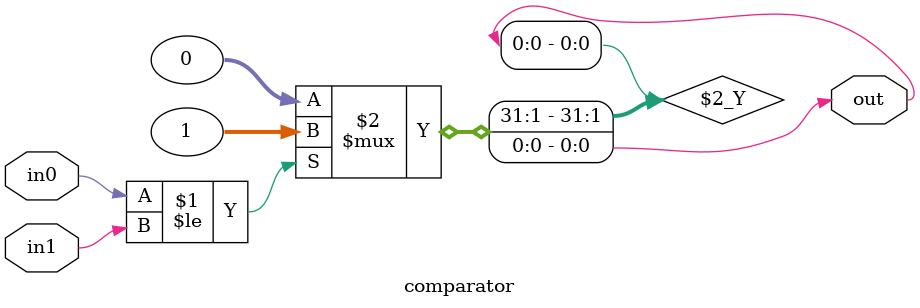
<source format=v>
`timescale 1ns / 1ps


module comparator(
    input in0,
    input in1,
    output out
    );
    assign out = (in0 <= in1)? 1 : 0;
endmodule

</source>
